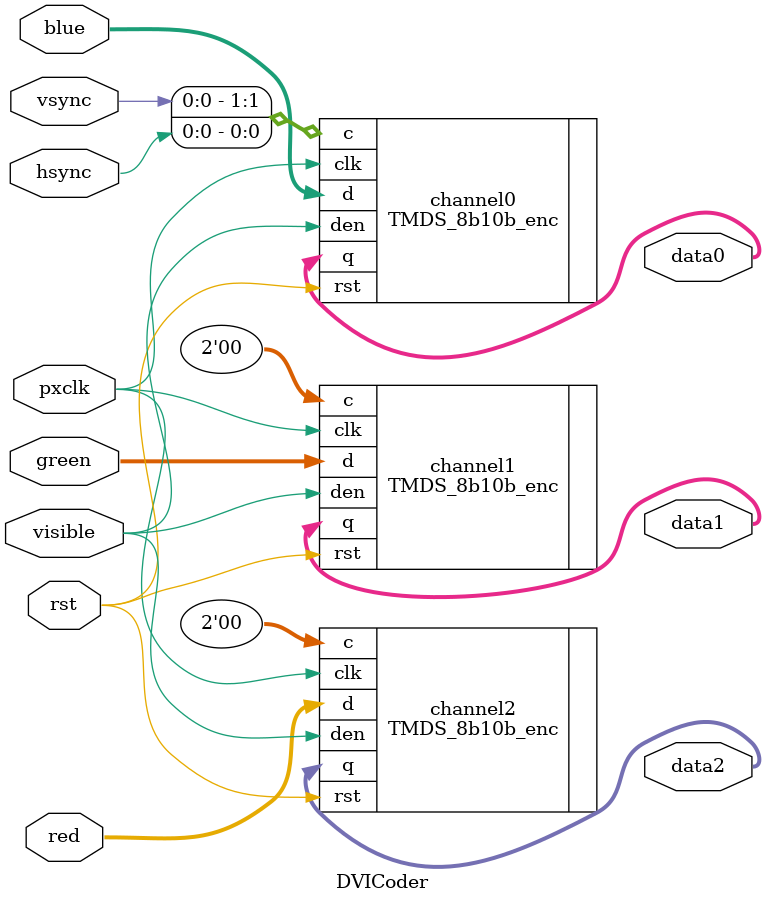
<source format=v>
`timescale 1ns / 1ps
module DVICoder(
    input [7:0] blue,
    input [7:0] green,
    input [7:0] red,
    input hsync,
    input vsync,
    input visible,
    input pxclk,
	 input rst,
    output [9:0] data0,
    output [9:0] data1,
    output [9:0] data2
);

TMDS_8b10b_enc channel0(
	 .rst(rst),
    .d(blue),
    .c({vsync, hsync}),
    .den(visible), 
    .clk(pxclk), 
    .q(data0)
);

TMDS_8b10b_enc channel1(
	 .rst(rst),
    .d(green),
    .c(2'b0),
    .den(visible), 
    .clk(pxclk), 
    .q(data1)
);

TMDS_8b10b_enc channel2(
	 .rst(rst),
    .d(red),
    .c(2'b0),
    .den(visible), 
    .clk(pxclk), 
    .q(data2)
);

endmodule

</source>
